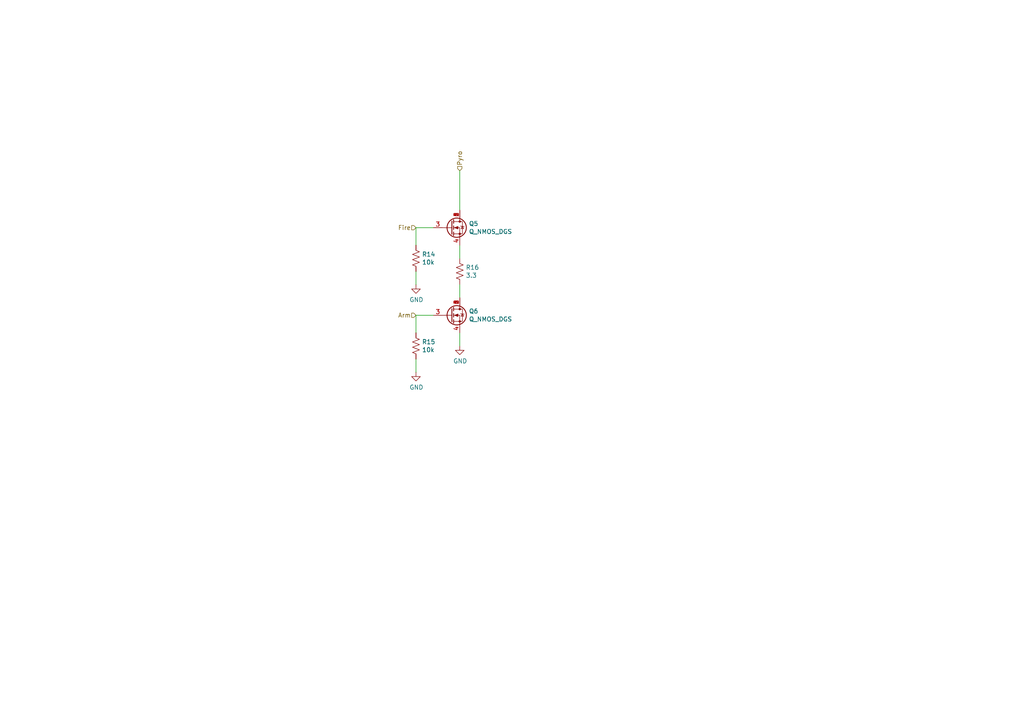
<source format=kicad_sch>
(kicad_sch (version 20211123) (generator eeschema)
  (paper "A4")
  (lib_symbols
    (symbol "Device:R_US" (pin_numbers hide) (pin_names (offset 0))
      (property "Reference" "R" (at 2.54 0 90))
      (property "Value" "Device_R_US" (at -2.54 0 90))
      (symbol "R_US_0_1"
        (polyline (pts (xy 0 -2.286) (xy 0 -2.54)))
        (polyline (pts (xy 0 2.286) (xy 0 2.54)))
        (polyline (pts (xy 0 -0.762) (xy 1.016 -1.143) (xy 0 -1.524) (xy -1.016 -1.905) (xy 0 -2.286)))
        (polyline (pts (xy 0 0.762) (xy 1.016 0.381) (xy 0 0) (xy -1.016 -0.381) (xy 0 -0.762)))
        (polyline (pts (xy 0 2.286) (xy 1.016 1.905) (xy 0 1.524) (xy -1.016 1.143) (xy 0 0.762)))
      )
      (symbol "R_US_1_1"
        (pin passive line (at 0 3.81 270) (length 1.27) (name "~") (number "1"))
        (pin passive line (at 0 -3.81 90) (length 1.27) (name "~") (number "2"))
      )
    )
    (symbol "Nova-rescue:Q_NMOS_DGS-MOSFET" (pin_names (offset 0) hide)
      (property "Reference" "Q" (at 5.08 1.27 0))
      (property "Value" "Nova-rescue_Q_NMOS_DGS-MOSFET" (at 5.08 -1.27 0))
      (symbol "Q_NMOS_DGS-MOSFET_0_1"
        (polyline (pts (xy 0.254 0) (xy -2.54 0)))
        (polyline (pts (xy 0.254 1.905) (xy 0.254 -1.905)) (stroke (width 0.254)))
        (polyline (pts (xy 0.762 -1.27) (xy 0.762 -2.286)) (stroke (width 0.254)))
        (polyline (pts (xy 0.762 0.508) (xy 0.762 -0.508)) (stroke (width 0.254)))
        (polyline (pts (xy 0.762 2.286) (xy 0.762 1.27)) (stroke (width 0.254)))
        (polyline (pts (xy 2.54 2.54) (xy 2.54 1.778)))
        (polyline (pts (xy 2.54 -2.54) (xy 2.54 0) (xy 0.762 0)))
        (polyline (pts (xy 0.762 -1.778) (xy 3.302 -1.778) (xy 3.302 1.778) (xy 0.762 1.778)))
        (polyline (pts (xy 1.016 0) (xy 2.032 0.381) (xy 2.032 -0.381) (xy 1.016 0)) (fill (type outline)))
        (polyline (pts (xy 2.794 0.508) (xy 2.921 0.381) (xy 3.683 0.381) (xy 3.81 0.254)))
        (polyline (pts (xy 3.302 0.381) (xy 2.921 -0.254) (xy 3.683 -0.254) (xy 3.302 0.381)))
        (circle (center 1.651 0) (radius 2.794) (stroke (width 0.254)))
        (circle (center 2.54 -1.778) (radius 0.254) (fill (type outline)))
        (circle (center 2.54 1.778) (radius 0.254) (fill (type outline)))
      )
      (symbol "Q_NMOS_DGS-MOSFET_1_1"
        (pin passive line (at 2.54 5.08 270) (length 2.54) (name "D") (number "1"))
        (pin input line (at 2.54 5.08 270) (length 2.54) (name "~") (number "2"))
        (pin passive line (at -5.08 0 0) (length 2.54) (name "S") (number "3"))
        (pin input line (at 2.54 -5.08 90) (length 2.54) (name "~") (number "4"))
        (pin input line (at 2.54 5.08 270) (length 2.54) (name "~") (number "5"))
        (pin input line (at 2.54 5.08 270) (length 2.54) (name "~") (number "6"))
      )
    )
    (symbol "power:GND" (power) (pin_names (offset 0))
      (property "Value" "power_GND" (at 0 -3.81 0))
      (symbol "GND_0_1"
        (polyline (pts (xy 0 0) (xy 0 -1.27) (xy 1.27 -1.27) (xy 0 -2.54) (xy -1.27 -1.27) (xy 0 -1.27)))
      )
      (symbol "GND_1_1"
        (pin power_in line (at 0 0 270) (length 0) hide (name "GND") (number "1"))
      )
    )
  )
  (wire (pts (xy 133.35 96.52) (xy 133.35 100.33)))
  (wire (pts (xy 120.65 91.44) (xy 120.65 96.52)))
  (wire (pts (xy 125.73 91.44) (xy 120.65 91.44)))
  (wire (pts (xy 120.65 66.04) (xy 120.65 71.12)))
  (wire (pts (xy 133.35 49.53) (xy 133.35 60.96)))
  (wire (pts (xy 120.65 78.74) (xy 120.65 82.55)))
  (wire (pts (xy 120.65 104.14) (xy 120.65 107.95)))
  (wire (pts (xy 125.73 66.04) (xy 120.65 66.04)))
  (wire (pts (xy 133.35 82.55) (xy 133.35 86.36)))
  (wire (pts (xy 133.35 71.12) (xy 133.35 74.93)))
  (hierarchical_label "Pyro" (shape input) (at 133.35 49.53 90))
  (hierarchical_label "Arm" (shape input) (at 120.65 91.44 180))
  (hierarchical_label "Fire" (shape input) (at 120.65 66.04 180))
  (symbol (lib_id "Nova-rescue:Q_NMOS_DGS-MOSFET") (at 130.81 66.04 0)
    (property "Reference" "Q5" (at 135.9916 64.8716 0) (effects (justify left)))
    (property "Value" "Q_NMOS_DGS" (at 135.9916 67.183 0) (effects (justify left)))
    (property "Footprint" "Package_TO_SOT_SMD:SOT-23-6_Handsoldering" (effects hide))
  )
  (symbol (lib_id "Nova-rescue:Q_NMOS_DGS-MOSFET") (at 130.81 91.44 0)
    (property "Reference" "Q6" (at 135.9916 90.2716 0) (effects (justify left)))
    (property "Value" "Q_NMOS_DGS" (at 135.9916 92.583 0) (effects (justify left)))
    (property "Footprint" "Package_TO_SOT_SMD:SOT-23-6_Handsoldering" (effects hide))
  )
  (symbol (lib_id "power:GND") (at 120.65 82.55 0)
    (property "Reference" "#PWR0155" (effects hide))
    (property "Value" "GND" (at 120.777 86.9442 0))
  )
  (symbol (lib_id "Device:R_US") (at 120.65 100.33 0)
    (property "Reference" "R15" (at 122.3772 99.1616 0) (effects (justify left)))
    (property "Value" "10k" (at 122.3772 101.473 0) (effects (justify left)))
    (property "Footprint" "Resistor_SMD:R_0805_2012Metric_Pad1.15x1.40mm_HandSolder" (effects hide))
  )
  (symbol (lib_id "Device:R_US") (at 133.35 78.74 0)
    (property "Reference" "R16" (at 135.0772 77.5716 0) (effects (justify left)))
    (property "Value" "3.3" (at 135.0772 79.883 0) (effects (justify left)))
    (property "Footprint" "Resistor_SMD:R_0805_2012Metric_Pad1.15x1.40mm_HandSolder" (effects hide))
  )
  (symbol (lib_id "Device:R_US") (at 120.65 74.93 0)
    (property "Reference" "R14" (at 122.3772 73.7616 0) (effects (justify left)))
    (property "Value" "10k" (at 122.3772 76.073 0) (effects (justify left)))
    (property "Footprint" "Resistor_SMD:R_0805_2012Metric_Pad1.15x1.40mm_HandSolder" (effects hide))
  )
  (symbol (lib_id "power:GND") (at 120.65 107.95 0)
    (property "Reference" "#PWR0156" (effects hide))
    (property "Value" "GND" (at 120.777 112.3442 0))
  )
  (symbol (lib_id "power:GND") (at 133.35 100.33 0)
    (property "Reference" "#PWR0157" (effects hide))
    (property "Value" "GND" (at 133.477 104.7242 0))
  )
)
</source>
